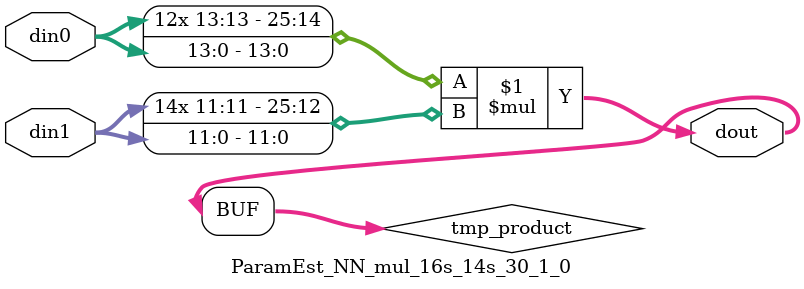
<source format=v>

`timescale 1 ns / 1 ps

  module ParamEst_NN_mul_16s_14s_30_1_0(din0, din1, dout);
parameter ID = 1;
parameter NUM_STAGE = 0;
parameter din0_WIDTH = 14;
parameter din1_WIDTH = 12;
parameter dout_WIDTH = 26;

input [din0_WIDTH - 1 : 0] din0; 
input [din1_WIDTH - 1 : 0] din1; 
output [dout_WIDTH - 1 : 0] dout;

wire signed [dout_WIDTH - 1 : 0] tmp_product;













assign tmp_product = $signed(din0) * $signed(din1);








assign dout = tmp_product;







endmodule

</source>
